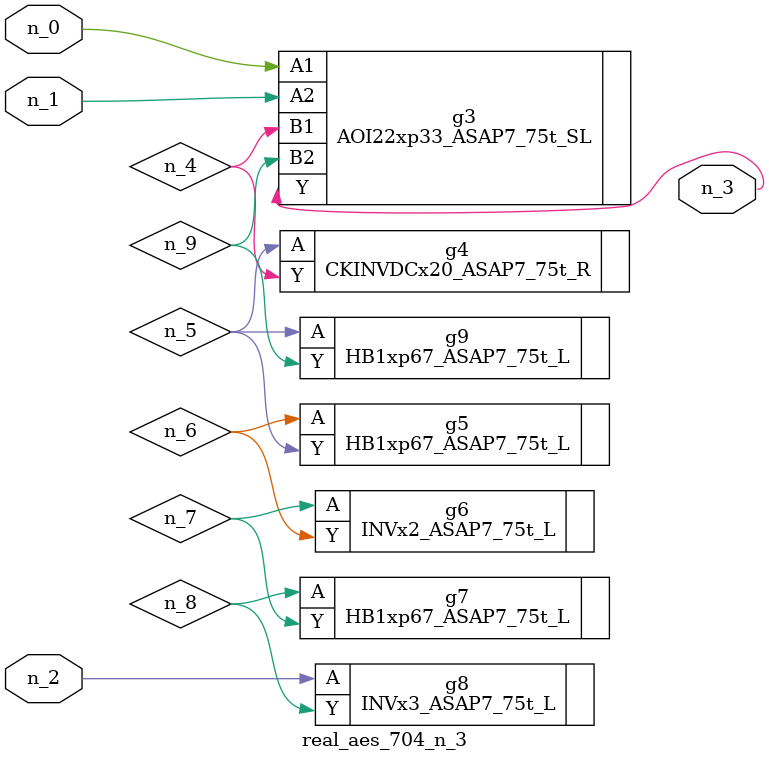
<source format=v>
module real_aes_704_n_3 (n_0, n_2, n_1, n_3);
input n_0;
input n_2;
input n_1;
output n_3;
wire n_4;
wire n_5;
wire n_7;
wire n_9;
wire n_6;
wire n_8;
AOI22xp33_ASAP7_75t_SL g3 ( .A1(n_0), .A2(n_1), .B1(n_4), .B2(n_9), .Y(n_3) );
INVx3_ASAP7_75t_L g8 ( .A(n_2), .Y(n_8) );
CKINVDCx20_ASAP7_75t_R g4 ( .A(n_5), .Y(n_4) );
HB1xp67_ASAP7_75t_L g9 ( .A(n_5), .Y(n_9) );
HB1xp67_ASAP7_75t_L g5 ( .A(n_6), .Y(n_5) );
INVx2_ASAP7_75t_L g6 ( .A(n_7), .Y(n_6) );
HB1xp67_ASAP7_75t_L g7 ( .A(n_8), .Y(n_7) );
endmodule
</source>
